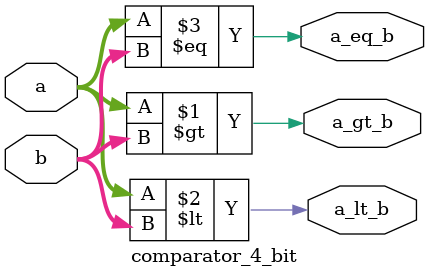
<source format=v>
module comparator_4_bit (a_gt_b, a_lt_b, a_eq_b, a,b);

input [3 : 0] a,b;
output a_gt_b, a_lt_b, a_eq_b;

assign a_gt_b = (a > b);
assign a_lt_b = (a < b);
assign a_eq_b = (a == b);

endmodule
</source>
